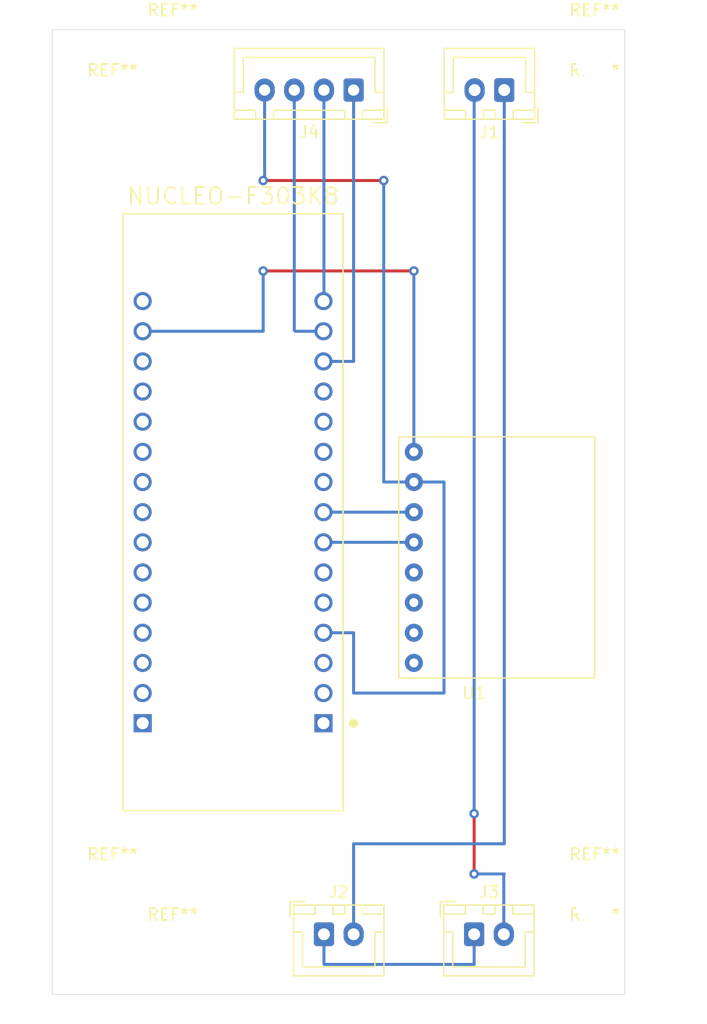
<source format=kicad_pcb>
(kicad_pcb (version 20171130) (host pcbnew "(5.1.2)-1")

  (general
    (thickness 1.6)
    (drawings 4)
    (tracks 44)
    (zones 0)
    (modules 14)
    (nets 38)
  )

  (page A4)
  (layers
    (0 F.Cu signal)
    (31 B.Cu signal)
    (32 B.Adhes user)
    (33 F.Adhes user)
    (34 B.Paste user)
    (35 F.Paste user)
    (36 B.SilkS user)
    (37 F.SilkS user)
    (38 B.Mask user)
    (39 F.Mask user)
    (40 Dwgs.User user)
    (41 Cmts.User user)
    (42 Eco1.User user)
    (43 Eco2.User user)
    (44 Edge.Cuts user)
    (45 Margin user)
    (46 B.CrtYd user)
    (47 F.CrtYd user)
    (48 B.Fab user)
    (49 F.Fab user)
  )

  (setup
    (last_trace_width 0.25)
    (trace_clearance 0.2)
    (zone_clearance 0.508)
    (zone_45_only no)
    (trace_min 0.2)
    (via_size 0.8)
    (via_drill 0.4)
    (via_min_size 0.4)
    (via_min_drill 0.3)
    (uvia_size 0.3)
    (uvia_drill 0.1)
    (uvias_allowed no)
    (uvia_min_size 0.2)
    (uvia_min_drill 0.1)
    (edge_width 0.05)
    (segment_width 0.2)
    (pcb_text_width 0.3)
    (pcb_text_size 1.5 1.5)
    (mod_edge_width 0.12)
    (mod_text_size 1 1)
    (mod_text_width 0.15)
    (pad_size 1.524 1.524)
    (pad_drill 0.762)
    (pad_to_mask_clearance 0.051)
    (solder_mask_min_width 0.25)
    (aux_axis_origin 0 0)
    (visible_elements 7FFFFFFF)
    (pcbplotparams
      (layerselection 0x010fc_ffffffff)
      (usegerberextensions false)
      (usegerberattributes false)
      (usegerberadvancedattributes false)
      (creategerberjobfile false)
      (excludeedgelayer true)
      (linewidth 0.100000)
      (plotframeref false)
      (viasonmask false)
      (mode 1)
      (useauxorigin false)
      (hpglpennumber 1)
      (hpglpenspeed 20)
      (hpglpendiameter 15.000000)
      (psnegative false)
      (psa4output false)
      (plotreference true)
      (plotvalue true)
      (plotinvisibletext false)
      (padsonsilk false)
      (subtractmaskfromsilk false)
      (outputformat 1)
      (mirror false)
      (drillshape 1)
      (scaleselection 1)
      (outputdirectory ""))
  )

  (net 0 "")
  (net 1 "Net-(A1-Pad3.1)")
  (net 2 "Net-(A1-Pad4.1)")
  (net 3 "Net-(A1-Pad3.2)")
  (net 4 "Net-(A1-Pad4.2)")
  (net 5 "Net-(A1-Pad3.3)")
  (net 6 "Net-(A1-Pad4.3)")
  (net 7 GND)
  (net 8 "Net-(A1-Pad4.4)")
  (net 9 "Net-(A1-Pad3.5)")
  (net 10 "Net-(A1-Pad4.5)")
  (net 11 "Net-(A1-Pad3.6)")
  (net 12 "Net-(A1-Pad4.6)")
  (net 13 SDA)
  (net 14 "Net-(A1-Pad4.7)")
  (net 15 SCL)
  (net 16 "Net-(A1-Pad4.8)")
  (net 17 "Net-(A1-Pad3.9)")
  (net 18 "Net-(A1-Pad4.9)")
  (net 19 "Net-(A1-Pad3.10)")
  (net 20 "Net-(A1-Pad4.10)")
  (net 21 "Net-(A1-Pad3.11)")
  (net 22 "Net-(A1-Pad4.11)")
  (net 23 "Net-(A1-Pad3.12)")
  (net 24 "Net-(A1-Pad4.12)")
  (net 25 LED_R)
  (net 26 "Net-(A1-Pad4.13)")
  (net 27 LED_G)
  (net 28 +3V3)
  (net 29 LED_B)
  (net 30 "Net-(A1-Pad4.15)")
  (net 31 "Net-(J1-Pad1)")
  (net 32 "Net-(J1-Pad2)")
  (net 33 "Net-(J2-Pad1)")
  (net 34 "Net-(U1-Pad5)")
  (net 35 "Net-(U1-Pad6)")
  (net 36 "Net-(U1-Pad7)")
  (net 37 "Net-(U1-Pad8)")

  (net_class Default "これはデフォルトのネット クラスです。"
    (clearance 0.2)
    (trace_width 0.25)
    (via_dia 0.8)
    (via_drill 0.4)
    (uvia_dia 0.3)
    (uvia_drill 0.1)
    (add_net +3V3)
    (add_net GND)
    (add_net LED_B)
    (add_net LED_G)
    (add_net LED_R)
    (add_net "Net-(A1-Pad3.1)")
    (add_net "Net-(A1-Pad3.10)")
    (add_net "Net-(A1-Pad3.11)")
    (add_net "Net-(A1-Pad3.12)")
    (add_net "Net-(A1-Pad3.2)")
    (add_net "Net-(A1-Pad3.3)")
    (add_net "Net-(A1-Pad3.5)")
    (add_net "Net-(A1-Pad3.6)")
    (add_net "Net-(A1-Pad3.9)")
    (add_net "Net-(A1-Pad4.1)")
    (add_net "Net-(A1-Pad4.10)")
    (add_net "Net-(A1-Pad4.11)")
    (add_net "Net-(A1-Pad4.12)")
    (add_net "Net-(A1-Pad4.13)")
    (add_net "Net-(A1-Pad4.15)")
    (add_net "Net-(A1-Pad4.2)")
    (add_net "Net-(A1-Pad4.3)")
    (add_net "Net-(A1-Pad4.4)")
    (add_net "Net-(A1-Pad4.5)")
    (add_net "Net-(A1-Pad4.6)")
    (add_net "Net-(A1-Pad4.7)")
    (add_net "Net-(A1-Pad4.8)")
    (add_net "Net-(A1-Pad4.9)")
    (add_net "Net-(J1-Pad1)")
    (add_net "Net-(J1-Pad2)")
    (add_net "Net-(J2-Pad1)")
    (add_net "Net-(U1-Pad5)")
    (add_net "Net-(U1-Pad6)")
    (add_net "Net-(U1-Pad7)")
    (add_net "Net-(U1-Pad8)")
    (add_net SCL)
    (add_net SDA)
  )

  (module MountingHole:MountingHole_3.2mm_M3 (layer F.Cu) (tedit 56D1B4CB) (tstamp 5E11FAF2)
    (at 144.78 86.36)
    (descr "Mounting Hole 3.2mm, no annular, M3")
    (tags "mounting hole 3.2mm no annular m3")
    (attr virtual)
    (fp_text reference REF** (at 0 -4.2) (layer F.SilkS)
      (effects (font (size 1 1) (thickness 0.15)))
    )
    (fp_text value MountingHole_3.2mm_M3 (at 0 4.2) (layer F.Fab)
      (effects (font (size 1 1) (thickness 0.15)))
    )
    (fp_circle (center 0 0) (end 3.45 0) (layer F.CrtYd) (width 0.05))
    (fp_circle (center 0 0) (end 3.2 0) (layer Cmts.User) (width 0.15))
    (fp_text user %R (at 0.3 0) (layer F.Fab)
      (effects (font (size 1 1) (thickness 0.15)))
    )
    (pad 1 np_thru_hole circle (at 0 0) (size 3.2 3.2) (drill 3.2) (layers *.Cu *.Mask))
  )

  (module MountingHole:MountingHole_3.2mm_M3 (layer F.Cu) (tedit 56D1B4CB) (tstamp 5E11FAB7)
    (at 185.42 86.36)
    (descr "Mounting Hole 3.2mm, no annular, M3")
    (tags "mounting hole 3.2mm no annular m3")
    (attr virtual)
    (fp_text reference REF** (at 0 -4.2) (layer F.SilkS)
      (effects (font (size 1 1) (thickness 0.15)))
    )
    (fp_text value MountingHole_3.2mm_M3 (at 0 4.2) (layer F.Fab)
      (effects (font (size 1 1) (thickness 0.15)))
    )
    (fp_circle (center 0 0) (end 3.45 0) (layer F.CrtYd) (width 0.05))
    (fp_circle (center 0 0) (end 3.2 0) (layer Cmts.User) (width 0.15))
    (fp_text user %R (at 0.3 0) (layer F.Fab)
      (effects (font (size 1 1) (thickness 0.15)))
    )
    (pad 1 np_thru_hole circle (at 0 0) (size 3.2 3.2) (drill 3.2) (layers *.Cu *.Mask))
  )

  (module MountingHole:MountingHole_3.2mm_M3 (layer F.Cu) (tedit 56D1B4CB) (tstamp 5E11FA9A)
    (at 144.78 20.32)
    (descr "Mounting Hole 3.2mm, no annular, M3")
    (tags "mounting hole 3.2mm no annular m3")
    (attr virtual)
    (fp_text reference REF** (at 0 -4.2) (layer F.SilkS)
      (effects (font (size 1 1) (thickness 0.15)))
    )
    (fp_text value MountingHole_3.2mm_M3 (at 0 4.2) (layer F.Fab)
      (effects (font (size 1 1) (thickness 0.15)))
    )
    (fp_circle (center 0 0) (end 3.45 0) (layer F.CrtYd) (width 0.05))
    (fp_circle (center 0 0) (end 3.2 0) (layer Cmts.User) (width 0.15))
    (fp_text user %R (at 0.3 0) (layer F.Fab)
      (effects (font (size 1 1) (thickness 0.15)))
    )
    (pad 1 np_thru_hole circle (at 0 0) (size 3.2 3.2) (drill 3.2) (layers *.Cu *.Mask))
  )

  (module MountingHole:MountingHole_3.2mm_M3 (layer F.Cu) (tedit 56D1B4CB) (tstamp 5E11FA7D)
    (at 185.42 20.32)
    (descr "Mounting Hole 3.2mm, no annular, M3")
    (tags "mounting hole 3.2mm no annular m3")
    (attr virtual)
    (fp_text reference REF** (at 0 -4.2) (layer F.SilkS)
      (effects (font (size 1 1) (thickness 0.15)))
    )
    (fp_text value MountingHole_3.2mm_M3 (at 0 4.2) (layer F.Fab)
      (effects (font (size 1 1) (thickness 0.15)))
    )
    (fp_circle (center 0 0) (end 3.45 0) (layer F.CrtYd) (width 0.05))
    (fp_circle (center 0 0) (end 3.2 0) (layer Cmts.User) (width 0.15))
    (fp_text user %R (at 0.3 0) (layer F.Fab)
      (effects (font (size 1 1) (thickness 0.15)))
    )
    (pad 1 np_thru_hole circle (at 0 0) (size 3.2 3.2) (drill 3.2) (layers *.Cu *.Mask))
  )

  (module MountingHole:MountingHole_3.2mm_M3 (layer F.Cu) (tedit 56D1B4CB) (tstamp 5E11FA60)
    (at 149.86 91.44)
    (descr "Mounting Hole 3.2mm, no annular, M3")
    (tags "mounting hole 3.2mm no annular m3")
    (attr virtual)
    (fp_text reference REF** (at 0 -4.2) (layer F.SilkS)
      (effects (font (size 1 1) (thickness 0.15)))
    )
    (fp_text value MountingHole_3.2mm_M3 (at 0 4.2) (layer F.Fab)
      (effects (font (size 1 1) (thickness 0.15)))
    )
    (fp_circle (center 0 0) (end 3.45 0) (layer F.CrtYd) (width 0.05))
    (fp_circle (center 0 0) (end 3.2 0) (layer Cmts.User) (width 0.15))
    (fp_text user %R (at 0.3 0) (layer F.Fab)
      (effects (font (size 1 1) (thickness 0.15)))
    )
    (pad 1 np_thru_hole circle (at 0 0) (size 3.2 3.2) (drill 3.2) (layers *.Cu *.Mask))
  )

  (module MountingHole:MountingHole_3.2mm_M3 (layer F.Cu) (tedit 56D1B4CB) (tstamp 5E11FA43)
    (at 185.42 91.44)
    (descr "Mounting Hole 3.2mm, no annular, M3")
    (tags "mounting hole 3.2mm no annular m3")
    (attr virtual)
    (fp_text reference REF** (at 0 -4.2) (layer F.SilkS)
      (effects (font (size 1 1) (thickness 0.15)))
    )
    (fp_text value MountingHole_3.2mm_M3 (at 0 4.2) (layer F.Fab)
      (effects (font (size 1 1) (thickness 0.15)))
    )
    (fp_circle (center 0 0) (end 3.45 0) (layer F.CrtYd) (width 0.05))
    (fp_circle (center 0 0) (end 3.2 0) (layer Cmts.User) (width 0.15))
    (fp_text user %R (at 0.3 0) (layer F.Fab)
      (effects (font (size 1 1) (thickness 0.15)))
    )
    (pad 1 np_thru_hole circle (at 0 0) (size 3.2 3.2) (drill 3.2) (layers *.Cu *.Mask))
  )

  (module MountingHole:MountingHole_3.2mm_M3 (layer F.Cu) (tedit 56D1B4CB) (tstamp 5E11FA26)
    (at 149.86 15.24)
    (descr "Mounting Hole 3.2mm, no annular, M3")
    (tags "mounting hole 3.2mm no annular m3")
    (attr virtual)
    (fp_text reference REF** (at 0 -4.2) (layer F.SilkS)
      (effects (font (size 1 1) (thickness 0.15)))
    )
    (fp_text value MountingHole_3.2mm_M3 (at 0 4.2) (layer F.Fab)
      (effects (font (size 1 1) (thickness 0.15)))
    )
    (fp_circle (center 0 0) (end 3.45 0) (layer F.CrtYd) (width 0.05))
    (fp_circle (center 0 0) (end 3.2 0) (layer Cmts.User) (width 0.15))
    (fp_text user %R (at 0.3 0) (layer F.Fab)
      (effects (font (size 1 1) (thickness 0.15)))
    )
    (pad 1 np_thru_hole circle (at 0 0) (size 3.2 3.2) (drill 3.2) (layers *.Cu *.Mask))
  )

  (module MountingHole:MountingHole_3.2mm_M3 (layer F.Cu) (tedit 56D1B4CB) (tstamp 5E11FA09)
    (at 185.42 15.24)
    (descr "Mounting Hole 3.2mm, no annular, M3")
    (tags "mounting hole 3.2mm no annular m3")
    (attr virtual)
    (fp_text reference REF** (at 0 -4.2) (layer F.SilkS)
      (effects (font (size 1 1) (thickness 0.15)))
    )
    (fp_text value MountingHole_3.2mm_M3 (at 0 4.2) (layer F.Fab)
      (effects (font (size 1 1) (thickness 0.15)))
    )
    (fp_circle (center 0 0) (end 3.45 0) (layer F.CrtYd) (width 0.05))
    (fp_circle (center 0 0) (end 3.2 0) (layer Cmts.User) (width 0.15))
    (fp_text user %R (at 0.3 0) (layer F.Fab)
      (effects (font (size 1 1) (thickness 0.15)))
    )
    (pad 1 np_thru_hole circle (at 0 0) (size 3.2 3.2) (drill 3.2) (layers *.Cu *.Mask))
  )

  (module MyFootprint:NUCLEO_F303K8 (layer F.Cu) (tedit 5D253393) (tstamp 5E12021F)
    (at 154.94 53.34 180)
    (path /5E119314)
    (fp_text reference A1 (at 0 -26.67) (layer F.Fab)
      (effects (font (size 1.40238 1.40238) (thickness 0.15)))
    )
    (fp_text value NUCLEO-F303K8 (at 0 26.6288) (layer F.SilkS)
      (effects (font (size 1.40094 1.40094) (thickness 0.15)))
    )
    (fp_line (start -9.27 25.145) (end -9.27 -25.145) (layer Eco2.User) (width 0.127))
    (fp_line (start -9.27 -25.145) (end 9.27 -25.145) (layer Eco2.User) (width 0.127))
    (fp_line (start 9.27 -25.145) (end 9.27 25.145) (layer Eco2.User) (width 0.127))
    (fp_line (start 9.27 25.145) (end -9.27 25.145) (layer Eco2.User) (width 0.127))
    (fp_line (start -9.27 25.145) (end -9.27 -25.145) (layer F.SilkS) (width 0.127))
    (fp_line (start -9.27 -25.145) (end 9.27 -25.145) (layer F.SilkS) (width 0.127))
    (fp_line (start 9.27 -25.145) (end 9.27 25.145) (layer F.SilkS) (width 0.127))
    (fp_line (start 9.27 25.145) (end -9.27 25.145) (layer F.SilkS) (width 0.127))
    (fp_circle (center -10.16 -17.78) (end -9.96 -17.78) (layer F.SilkS) (width 0.4))
    (fp_line (start -9.52 25.395) (end -9.52 -25.395) (layer Eco1.User) (width 0.05))
    (fp_line (start -9.52 -25.395) (end 9.52 -25.395) (layer Eco1.User) (width 0.05))
    (fp_line (start 9.52 -25.395) (end 9.52 25.395) (layer Eco1.User) (width 0.05))
    (fp_line (start 9.52 25.395) (end -9.52 25.395) (layer Eco1.User) (width 0.05))
    (pad 3.1 thru_hole rect (at -7.62 -17.78 180) (size 1.53 1.53) (drill 1.02) (layers *.Cu *.Mask)
      (net 1 "Net-(A1-Pad3.1)"))
    (pad 4.1 thru_hole rect (at 7.62 -17.78 180) (size 1.53 1.53) (drill 1.02) (layers *.Cu *.Mask)
      (net 2 "Net-(A1-Pad4.1)"))
    (pad 3.2 thru_hole circle (at -7.62 -15.24 180) (size 1.53 1.53) (drill 1.02) (layers *.Cu *.Mask)
      (net 3 "Net-(A1-Pad3.2)"))
    (pad 4.2 thru_hole circle (at 7.62 -15.24 180) (size 1.53 1.53) (drill 1.02) (layers *.Cu *.Mask)
      (net 4 "Net-(A1-Pad4.2)"))
    (pad 3.3 thru_hole circle (at -7.62 -12.7 180) (size 1.53 1.53) (drill 1.02) (layers *.Cu *.Mask)
      (net 5 "Net-(A1-Pad3.3)"))
    (pad 4.3 thru_hole circle (at 7.62 -12.7 180) (size 1.53 1.53) (drill 1.02) (layers *.Cu *.Mask)
      (net 6 "Net-(A1-Pad4.3)"))
    (pad 3.4 thru_hole circle (at -7.62 -10.16 180) (size 1.53 1.53) (drill 1.02) (layers *.Cu *.Mask)
      (net 7 GND))
    (pad 4.4 thru_hole circle (at 7.62 -10.16 180) (size 1.53 1.53) (drill 1.02) (layers *.Cu *.Mask)
      (net 8 "Net-(A1-Pad4.4)"))
    (pad 3.5 thru_hole circle (at -7.62 -7.62 180) (size 1.53 1.53) (drill 1.02) (layers *.Cu *.Mask)
      (net 9 "Net-(A1-Pad3.5)"))
    (pad 4.5 thru_hole circle (at 7.62 -7.62 180) (size 1.53 1.53) (drill 1.02) (layers *.Cu *.Mask)
      (net 10 "Net-(A1-Pad4.5)"))
    (pad 3.6 thru_hole circle (at -7.62 -5.08 180) (size 1.53 1.53) (drill 1.02) (layers *.Cu *.Mask)
      (net 11 "Net-(A1-Pad3.6)"))
    (pad 4.6 thru_hole circle (at 7.62 -5.08 180) (size 1.53 1.53) (drill 1.02) (layers *.Cu *.Mask)
      (net 12 "Net-(A1-Pad4.6)"))
    (pad 3.7 thru_hole circle (at -7.62 -2.54 180) (size 1.53 1.53) (drill 1.02) (layers *.Cu *.Mask)
      (net 13 SDA))
    (pad 4.7 thru_hole circle (at 7.62 -2.54 180) (size 1.53 1.53) (drill 1.02) (layers *.Cu *.Mask)
      (net 14 "Net-(A1-Pad4.7)"))
    (pad 3.8 thru_hole circle (at -7.62 0 180) (size 1.53 1.53) (drill 1.02) (layers *.Cu *.Mask)
      (net 15 SCL))
    (pad 4.8 thru_hole circle (at 7.62 0 180) (size 1.53 1.53) (drill 1.02) (layers *.Cu *.Mask)
      (net 16 "Net-(A1-Pad4.8)"))
    (pad 3.9 thru_hole circle (at -7.62 2.54 180) (size 1.53 1.53) (drill 1.02) (layers *.Cu *.Mask)
      (net 17 "Net-(A1-Pad3.9)"))
    (pad 4.9 thru_hole circle (at 7.62 2.54 180) (size 1.53 1.53) (drill 1.02) (layers *.Cu *.Mask)
      (net 18 "Net-(A1-Pad4.9)"))
    (pad 3.10 thru_hole circle (at -7.62 5.08 180) (size 1.53 1.53) (drill 1.02) (layers *.Cu *.Mask)
      (net 19 "Net-(A1-Pad3.10)"))
    (pad 4.10 thru_hole circle (at 7.62 5.08 180) (size 1.53 1.53) (drill 1.02) (layers *.Cu *.Mask)
      (net 20 "Net-(A1-Pad4.10)"))
    (pad 3.11 thru_hole circle (at -7.62 7.62 180) (size 1.53 1.53) (drill 1.02) (layers *.Cu *.Mask)
      (net 21 "Net-(A1-Pad3.11)"))
    (pad 4.11 thru_hole circle (at 7.62 7.62 180) (size 1.53 1.53) (drill 1.02) (layers *.Cu *.Mask)
      (net 22 "Net-(A1-Pad4.11)"))
    (pad 3.12 thru_hole circle (at -7.62 10.16 180) (size 1.53 1.53) (drill 1.02) (layers *.Cu *.Mask)
      (net 23 "Net-(A1-Pad3.12)"))
    (pad 4.12 thru_hole circle (at 7.62 10.16 180) (size 1.53 1.53) (drill 1.02) (layers *.Cu *.Mask)
      (net 24 "Net-(A1-Pad4.12)"))
    (pad 3.13 thru_hole circle (at -7.62 12.7 180) (size 1.53 1.53) (drill 1.02) (layers *.Cu *.Mask)
      (net 25 LED_R))
    (pad 4.13 thru_hole circle (at 7.62 12.7 180) (size 1.53 1.53) (drill 1.02) (layers *.Cu *.Mask)
      (net 26 "Net-(A1-Pad4.13)"))
    (pad 3.14 thru_hole circle (at -7.62 15.24 180) (size 1.53 1.53) (drill 1.02) (layers *.Cu *.Mask)
      (net 29 LED_B))
    (pad 4.14 thru_hole circle (at 7.62 15.24 180) (size 1.53 1.53) (drill 1.02) (layers *.Cu *.Mask)
      (net 28 +3V3))
    (pad 3.15 thru_hole circle (at -7.62 17.78 180) (size 1.53 1.53) (drill 1.02) (layers *.Cu *.Mask)
      (net 27 LED_G))
    (pad 4.15 thru_hole circle (at 7.62 17.78 180) (size 1.53 1.53) (drill 1.02) (layers *.Cu *.Mask)
      (net 30 "Net-(A1-Pad4.15)"))
    (model ${KIPRJMOD}/lib/packges3d/nucleo_f303k8.wrl
      (offset (xyz 4.6 13 -39))
      (scale (xyz 394 394 394))
      (rotate (xyz -90 0 90))
    )
  )

  (module Connector_JST:JST_XH_B2B-XH-A_1x02_P2.50mm_Vertical (layer F.Cu) (tedit 5C28146C) (tstamp 5E120B26)
    (at 177.8 17.78 180)
    (descr "JST XH series connector, B2B-XH-A (http://www.jst-mfg.com/product/pdf/eng/eXH.pdf), generated with kicad-footprint-generator")
    (tags "connector JST XH vertical")
    (path /5E11E2B7)
    (fp_text reference J1 (at 1.25 -3.55) (layer F.SilkS)
      (effects (font (size 1 1) (thickness 0.15)))
    )
    (fp_text value Conn_01x02_Male (at 1.25 4.6) (layer F.Fab)
      (effects (font (size 1 1) (thickness 0.15)))
    )
    (fp_line (start -2.45 -2.35) (end -2.45 3.4) (layer F.Fab) (width 0.1))
    (fp_line (start -2.45 3.4) (end 4.95 3.4) (layer F.Fab) (width 0.1))
    (fp_line (start 4.95 3.4) (end 4.95 -2.35) (layer F.Fab) (width 0.1))
    (fp_line (start 4.95 -2.35) (end -2.45 -2.35) (layer F.Fab) (width 0.1))
    (fp_line (start -2.56 -2.46) (end -2.56 3.51) (layer F.SilkS) (width 0.12))
    (fp_line (start -2.56 3.51) (end 5.06 3.51) (layer F.SilkS) (width 0.12))
    (fp_line (start 5.06 3.51) (end 5.06 -2.46) (layer F.SilkS) (width 0.12))
    (fp_line (start 5.06 -2.46) (end -2.56 -2.46) (layer F.SilkS) (width 0.12))
    (fp_line (start -2.95 -2.85) (end -2.95 3.9) (layer F.CrtYd) (width 0.05))
    (fp_line (start -2.95 3.9) (end 5.45 3.9) (layer F.CrtYd) (width 0.05))
    (fp_line (start 5.45 3.9) (end 5.45 -2.85) (layer F.CrtYd) (width 0.05))
    (fp_line (start 5.45 -2.85) (end -2.95 -2.85) (layer F.CrtYd) (width 0.05))
    (fp_line (start -0.625 -2.35) (end 0 -1.35) (layer F.Fab) (width 0.1))
    (fp_line (start 0 -1.35) (end 0.625 -2.35) (layer F.Fab) (width 0.1))
    (fp_line (start 0.75 -2.45) (end 0.75 -1.7) (layer F.SilkS) (width 0.12))
    (fp_line (start 0.75 -1.7) (end 1.75 -1.7) (layer F.SilkS) (width 0.12))
    (fp_line (start 1.75 -1.7) (end 1.75 -2.45) (layer F.SilkS) (width 0.12))
    (fp_line (start 1.75 -2.45) (end 0.75 -2.45) (layer F.SilkS) (width 0.12))
    (fp_line (start -2.55 -2.45) (end -2.55 -1.7) (layer F.SilkS) (width 0.12))
    (fp_line (start -2.55 -1.7) (end -0.75 -1.7) (layer F.SilkS) (width 0.12))
    (fp_line (start -0.75 -1.7) (end -0.75 -2.45) (layer F.SilkS) (width 0.12))
    (fp_line (start -0.75 -2.45) (end -2.55 -2.45) (layer F.SilkS) (width 0.12))
    (fp_line (start 3.25 -2.45) (end 3.25 -1.7) (layer F.SilkS) (width 0.12))
    (fp_line (start 3.25 -1.7) (end 5.05 -1.7) (layer F.SilkS) (width 0.12))
    (fp_line (start 5.05 -1.7) (end 5.05 -2.45) (layer F.SilkS) (width 0.12))
    (fp_line (start 5.05 -2.45) (end 3.25 -2.45) (layer F.SilkS) (width 0.12))
    (fp_line (start -2.55 -0.2) (end -1.8 -0.2) (layer F.SilkS) (width 0.12))
    (fp_line (start -1.8 -0.2) (end -1.8 2.75) (layer F.SilkS) (width 0.12))
    (fp_line (start -1.8 2.75) (end 1.25 2.75) (layer F.SilkS) (width 0.12))
    (fp_line (start 5.05 -0.2) (end 4.3 -0.2) (layer F.SilkS) (width 0.12))
    (fp_line (start 4.3 -0.2) (end 4.3 2.75) (layer F.SilkS) (width 0.12))
    (fp_line (start 4.3 2.75) (end 1.25 2.75) (layer F.SilkS) (width 0.12))
    (fp_line (start -1.6 -2.75) (end -2.85 -2.75) (layer F.SilkS) (width 0.12))
    (fp_line (start -2.85 -2.75) (end -2.85 -1.5) (layer F.SilkS) (width 0.12))
    (fp_text user %R (at 1.25 2.7) (layer F.Fab)
      (effects (font (size 1 1) (thickness 0.15)))
    )
    (pad 1 thru_hole roundrect (at 0 0 180) (size 1.7 2) (drill 1) (layers *.Cu *.Mask) (roundrect_rratio 0.147059)
      (net 31 "Net-(J1-Pad1)"))
    (pad 2 thru_hole oval (at 2.5 0 180) (size 1.7 2) (drill 1) (layers *.Cu *.Mask)
      (net 32 "Net-(J1-Pad2)"))
    (model ${KISYS3DMOD}/Connector_JST.3dshapes/JST_XH_B2B-XH-A_1x02_P2.50mm_Vertical.wrl
      (at (xyz 0 0 0))
      (scale (xyz 1 1 1))
      (rotate (xyz 0 0 0))
    )
  )

  (module Connector_JST:JST_XH_B2B-XH-A_1x02_P2.50mm_Vertical (layer F.Cu) (tedit 5C28146C) (tstamp 5E11F5C0)
    (at 162.6 88.9)
    (descr "JST XH series connector, B2B-XH-A (http://www.jst-mfg.com/product/pdf/eng/eXH.pdf), generated with kicad-footprint-generator")
    (tags "connector JST XH vertical")
    (path /5E1309D5)
    (fp_text reference J2 (at 1.25 -3.55) (layer F.SilkS)
      (effects (font (size 1 1) (thickness 0.15)))
    )
    (fp_text value Conn_01x02_Male (at 1.25 4.6) (layer F.Fab)
      (effects (font (size 1 1) (thickness 0.15)))
    )
    (fp_line (start -2.45 -2.35) (end -2.45 3.4) (layer F.Fab) (width 0.1))
    (fp_line (start -2.45 3.4) (end 4.95 3.4) (layer F.Fab) (width 0.1))
    (fp_line (start 4.95 3.4) (end 4.95 -2.35) (layer F.Fab) (width 0.1))
    (fp_line (start 4.95 -2.35) (end -2.45 -2.35) (layer F.Fab) (width 0.1))
    (fp_line (start -2.56 -2.46) (end -2.56 3.51) (layer F.SilkS) (width 0.12))
    (fp_line (start -2.56 3.51) (end 5.06 3.51) (layer F.SilkS) (width 0.12))
    (fp_line (start 5.06 3.51) (end 5.06 -2.46) (layer F.SilkS) (width 0.12))
    (fp_line (start 5.06 -2.46) (end -2.56 -2.46) (layer F.SilkS) (width 0.12))
    (fp_line (start -2.95 -2.85) (end -2.95 3.9) (layer F.CrtYd) (width 0.05))
    (fp_line (start -2.95 3.9) (end 5.45 3.9) (layer F.CrtYd) (width 0.05))
    (fp_line (start 5.45 3.9) (end 5.45 -2.85) (layer F.CrtYd) (width 0.05))
    (fp_line (start 5.45 -2.85) (end -2.95 -2.85) (layer F.CrtYd) (width 0.05))
    (fp_line (start -0.625 -2.35) (end 0 -1.35) (layer F.Fab) (width 0.1))
    (fp_line (start 0 -1.35) (end 0.625 -2.35) (layer F.Fab) (width 0.1))
    (fp_line (start 0.75 -2.45) (end 0.75 -1.7) (layer F.SilkS) (width 0.12))
    (fp_line (start 0.75 -1.7) (end 1.75 -1.7) (layer F.SilkS) (width 0.12))
    (fp_line (start 1.75 -1.7) (end 1.75 -2.45) (layer F.SilkS) (width 0.12))
    (fp_line (start 1.75 -2.45) (end 0.75 -2.45) (layer F.SilkS) (width 0.12))
    (fp_line (start -2.55 -2.45) (end -2.55 -1.7) (layer F.SilkS) (width 0.12))
    (fp_line (start -2.55 -1.7) (end -0.75 -1.7) (layer F.SilkS) (width 0.12))
    (fp_line (start -0.75 -1.7) (end -0.75 -2.45) (layer F.SilkS) (width 0.12))
    (fp_line (start -0.75 -2.45) (end -2.55 -2.45) (layer F.SilkS) (width 0.12))
    (fp_line (start 3.25 -2.45) (end 3.25 -1.7) (layer F.SilkS) (width 0.12))
    (fp_line (start 3.25 -1.7) (end 5.05 -1.7) (layer F.SilkS) (width 0.12))
    (fp_line (start 5.05 -1.7) (end 5.05 -2.45) (layer F.SilkS) (width 0.12))
    (fp_line (start 5.05 -2.45) (end 3.25 -2.45) (layer F.SilkS) (width 0.12))
    (fp_line (start -2.55 -0.2) (end -1.8 -0.2) (layer F.SilkS) (width 0.12))
    (fp_line (start -1.8 -0.2) (end -1.8 2.75) (layer F.SilkS) (width 0.12))
    (fp_line (start -1.8 2.75) (end 1.25 2.75) (layer F.SilkS) (width 0.12))
    (fp_line (start 5.05 -0.2) (end 4.3 -0.2) (layer F.SilkS) (width 0.12))
    (fp_line (start 4.3 -0.2) (end 4.3 2.75) (layer F.SilkS) (width 0.12))
    (fp_line (start 4.3 2.75) (end 1.25 2.75) (layer F.SilkS) (width 0.12))
    (fp_line (start -1.6 -2.75) (end -2.85 -2.75) (layer F.SilkS) (width 0.12))
    (fp_line (start -2.85 -2.75) (end -2.85 -1.5) (layer F.SilkS) (width 0.12))
    (fp_text user %R (at 1.25 2.7) (layer F.Fab)
      (effects (font (size 1 1) (thickness 0.15)))
    )
    (pad 1 thru_hole roundrect (at 0 0) (size 1.7 2) (drill 1) (layers *.Cu *.Mask) (roundrect_rratio 0.147059)
      (net 33 "Net-(J2-Pad1)"))
    (pad 2 thru_hole oval (at 2.5 0) (size 1.7 2) (drill 1) (layers *.Cu *.Mask)
      (net 31 "Net-(J1-Pad1)"))
    (model ${KISYS3DMOD}/Connector_JST.3dshapes/JST_XH_B2B-XH-A_1x02_P2.50mm_Vertical.wrl
      (at (xyz 0 0 0))
      (scale (xyz 1 1 1))
      (rotate (xyz 0 0 0))
    )
  )

  (module Connector_JST:JST_XH_B2B-XH-A_1x02_P2.50mm_Vertical (layer F.Cu) (tedit 5C28146C) (tstamp 5E11F5E9)
    (at 175.26 88.9)
    (descr "JST XH series connector, B2B-XH-A (http://www.jst-mfg.com/product/pdf/eng/eXH.pdf), generated with kicad-footprint-generator")
    (tags "connector JST XH vertical")
    (path /5E11EC1F)
    (fp_text reference J3 (at 1.25 -3.55) (layer F.SilkS)
      (effects (font (size 1 1) (thickness 0.15)))
    )
    (fp_text value Conn_01x02_Male (at 1.25 4.6) (layer F.Fab)
      (effects (font (size 1 1) (thickness 0.15)))
    )
    (fp_text user %R (at 1.25 2.7) (layer F.Fab)
      (effects (font (size 1 1) (thickness 0.15)))
    )
    (fp_line (start -2.85 -2.75) (end -2.85 -1.5) (layer F.SilkS) (width 0.12))
    (fp_line (start -1.6 -2.75) (end -2.85 -2.75) (layer F.SilkS) (width 0.12))
    (fp_line (start 4.3 2.75) (end 1.25 2.75) (layer F.SilkS) (width 0.12))
    (fp_line (start 4.3 -0.2) (end 4.3 2.75) (layer F.SilkS) (width 0.12))
    (fp_line (start 5.05 -0.2) (end 4.3 -0.2) (layer F.SilkS) (width 0.12))
    (fp_line (start -1.8 2.75) (end 1.25 2.75) (layer F.SilkS) (width 0.12))
    (fp_line (start -1.8 -0.2) (end -1.8 2.75) (layer F.SilkS) (width 0.12))
    (fp_line (start -2.55 -0.2) (end -1.8 -0.2) (layer F.SilkS) (width 0.12))
    (fp_line (start 5.05 -2.45) (end 3.25 -2.45) (layer F.SilkS) (width 0.12))
    (fp_line (start 5.05 -1.7) (end 5.05 -2.45) (layer F.SilkS) (width 0.12))
    (fp_line (start 3.25 -1.7) (end 5.05 -1.7) (layer F.SilkS) (width 0.12))
    (fp_line (start 3.25 -2.45) (end 3.25 -1.7) (layer F.SilkS) (width 0.12))
    (fp_line (start -0.75 -2.45) (end -2.55 -2.45) (layer F.SilkS) (width 0.12))
    (fp_line (start -0.75 -1.7) (end -0.75 -2.45) (layer F.SilkS) (width 0.12))
    (fp_line (start -2.55 -1.7) (end -0.75 -1.7) (layer F.SilkS) (width 0.12))
    (fp_line (start -2.55 -2.45) (end -2.55 -1.7) (layer F.SilkS) (width 0.12))
    (fp_line (start 1.75 -2.45) (end 0.75 -2.45) (layer F.SilkS) (width 0.12))
    (fp_line (start 1.75 -1.7) (end 1.75 -2.45) (layer F.SilkS) (width 0.12))
    (fp_line (start 0.75 -1.7) (end 1.75 -1.7) (layer F.SilkS) (width 0.12))
    (fp_line (start 0.75 -2.45) (end 0.75 -1.7) (layer F.SilkS) (width 0.12))
    (fp_line (start 0 -1.35) (end 0.625 -2.35) (layer F.Fab) (width 0.1))
    (fp_line (start -0.625 -2.35) (end 0 -1.35) (layer F.Fab) (width 0.1))
    (fp_line (start 5.45 -2.85) (end -2.95 -2.85) (layer F.CrtYd) (width 0.05))
    (fp_line (start 5.45 3.9) (end 5.45 -2.85) (layer F.CrtYd) (width 0.05))
    (fp_line (start -2.95 3.9) (end 5.45 3.9) (layer F.CrtYd) (width 0.05))
    (fp_line (start -2.95 -2.85) (end -2.95 3.9) (layer F.CrtYd) (width 0.05))
    (fp_line (start 5.06 -2.46) (end -2.56 -2.46) (layer F.SilkS) (width 0.12))
    (fp_line (start 5.06 3.51) (end 5.06 -2.46) (layer F.SilkS) (width 0.12))
    (fp_line (start -2.56 3.51) (end 5.06 3.51) (layer F.SilkS) (width 0.12))
    (fp_line (start -2.56 -2.46) (end -2.56 3.51) (layer F.SilkS) (width 0.12))
    (fp_line (start 4.95 -2.35) (end -2.45 -2.35) (layer F.Fab) (width 0.1))
    (fp_line (start 4.95 3.4) (end 4.95 -2.35) (layer F.Fab) (width 0.1))
    (fp_line (start -2.45 3.4) (end 4.95 3.4) (layer F.Fab) (width 0.1))
    (fp_line (start -2.45 -2.35) (end -2.45 3.4) (layer F.Fab) (width 0.1))
    (pad 2 thru_hole oval (at 2.5 0) (size 1.7 2) (drill 1) (layers *.Cu *.Mask)
      (net 32 "Net-(J1-Pad2)"))
    (pad 1 thru_hole roundrect (at 0 0) (size 1.7 2) (drill 1) (layers *.Cu *.Mask) (roundrect_rratio 0.147059)
      (net 33 "Net-(J2-Pad1)"))
    (model ${KISYS3DMOD}/Connector_JST.3dshapes/JST_XH_B2B-XH-A_1x02_P2.50mm_Vertical.wrl
      (at (xyz 0 0 0))
      (scale (xyz 1 1 1))
      (rotate (xyz 0 0 0))
    )
  )

  (module Connector_JST:JST_XH_B4B-XH-A_1x04_P2.50mm_Vertical (layer F.Cu) (tedit 5C28146C) (tstamp 5E11F614)
    (at 165.1 17.78 180)
    (descr "JST XH series connector, B4B-XH-A (http://www.jst-mfg.com/product/pdf/eng/eXH.pdf), generated with kicad-footprint-generator")
    (tags "connector JST XH vertical")
    (path /5E11FDCE)
    (fp_text reference J4 (at 3.75 -3.55) (layer F.SilkS)
      (effects (font (size 1 1) (thickness 0.15)))
    )
    (fp_text value Conn_01x04_Male (at 3.75 4.6) (layer F.Fab)
      (effects (font (size 1 1) (thickness 0.15)))
    )
    (fp_line (start -2.45 -2.35) (end -2.45 3.4) (layer F.Fab) (width 0.1))
    (fp_line (start -2.45 3.4) (end 9.95 3.4) (layer F.Fab) (width 0.1))
    (fp_line (start 9.95 3.4) (end 9.95 -2.35) (layer F.Fab) (width 0.1))
    (fp_line (start 9.95 -2.35) (end -2.45 -2.35) (layer F.Fab) (width 0.1))
    (fp_line (start -2.56 -2.46) (end -2.56 3.51) (layer F.SilkS) (width 0.12))
    (fp_line (start -2.56 3.51) (end 10.06 3.51) (layer F.SilkS) (width 0.12))
    (fp_line (start 10.06 3.51) (end 10.06 -2.46) (layer F.SilkS) (width 0.12))
    (fp_line (start 10.06 -2.46) (end -2.56 -2.46) (layer F.SilkS) (width 0.12))
    (fp_line (start -2.95 -2.85) (end -2.95 3.9) (layer F.CrtYd) (width 0.05))
    (fp_line (start -2.95 3.9) (end 10.45 3.9) (layer F.CrtYd) (width 0.05))
    (fp_line (start 10.45 3.9) (end 10.45 -2.85) (layer F.CrtYd) (width 0.05))
    (fp_line (start 10.45 -2.85) (end -2.95 -2.85) (layer F.CrtYd) (width 0.05))
    (fp_line (start -0.625 -2.35) (end 0 -1.35) (layer F.Fab) (width 0.1))
    (fp_line (start 0 -1.35) (end 0.625 -2.35) (layer F.Fab) (width 0.1))
    (fp_line (start 0.75 -2.45) (end 0.75 -1.7) (layer F.SilkS) (width 0.12))
    (fp_line (start 0.75 -1.7) (end 6.75 -1.7) (layer F.SilkS) (width 0.12))
    (fp_line (start 6.75 -1.7) (end 6.75 -2.45) (layer F.SilkS) (width 0.12))
    (fp_line (start 6.75 -2.45) (end 0.75 -2.45) (layer F.SilkS) (width 0.12))
    (fp_line (start -2.55 -2.45) (end -2.55 -1.7) (layer F.SilkS) (width 0.12))
    (fp_line (start -2.55 -1.7) (end -0.75 -1.7) (layer F.SilkS) (width 0.12))
    (fp_line (start -0.75 -1.7) (end -0.75 -2.45) (layer F.SilkS) (width 0.12))
    (fp_line (start -0.75 -2.45) (end -2.55 -2.45) (layer F.SilkS) (width 0.12))
    (fp_line (start 8.25 -2.45) (end 8.25 -1.7) (layer F.SilkS) (width 0.12))
    (fp_line (start 8.25 -1.7) (end 10.05 -1.7) (layer F.SilkS) (width 0.12))
    (fp_line (start 10.05 -1.7) (end 10.05 -2.45) (layer F.SilkS) (width 0.12))
    (fp_line (start 10.05 -2.45) (end 8.25 -2.45) (layer F.SilkS) (width 0.12))
    (fp_line (start -2.55 -0.2) (end -1.8 -0.2) (layer F.SilkS) (width 0.12))
    (fp_line (start -1.8 -0.2) (end -1.8 2.75) (layer F.SilkS) (width 0.12))
    (fp_line (start -1.8 2.75) (end 3.75 2.75) (layer F.SilkS) (width 0.12))
    (fp_line (start 10.05 -0.2) (end 9.3 -0.2) (layer F.SilkS) (width 0.12))
    (fp_line (start 9.3 -0.2) (end 9.3 2.75) (layer F.SilkS) (width 0.12))
    (fp_line (start 9.3 2.75) (end 3.75 2.75) (layer F.SilkS) (width 0.12))
    (fp_line (start -1.6 -2.75) (end -2.85 -2.75) (layer F.SilkS) (width 0.12))
    (fp_line (start -2.85 -2.75) (end -2.85 -1.5) (layer F.SilkS) (width 0.12))
    (fp_text user %R (at 3.75 2.7) (layer F.Fab)
      (effects (font (size 1 1) (thickness 0.15)))
    )
    (pad 1 thru_hole roundrect (at 0 0 180) (size 1.7 1.95) (drill 0.95) (layers *.Cu *.Mask) (roundrect_rratio 0.147059)
      (net 25 LED_R))
    (pad 2 thru_hole oval (at 2.5 0 180) (size 1.7 1.95) (drill 0.95) (layers *.Cu *.Mask)
      (net 27 LED_G))
    (pad 3 thru_hole oval (at 5 0 180) (size 1.7 1.95) (drill 0.95) (layers *.Cu *.Mask)
      (net 29 LED_B))
    (pad 4 thru_hole oval (at 7.5 0 180) (size 1.7 1.95) (drill 0.95) (layers *.Cu *.Mask)
      (net 7 GND))
    (model ${KISYS3DMOD}/Connector_JST.3dshapes/JST_XH_B4B-XH-A_1x04_P2.50mm_Vertical.wrl
      (at (xyz 0 0 0))
      (scale (xyz 1 1 1))
      (rotate (xyz 0 0 0))
    )
  )

  (module MyFootprint:MPU6050 (layer F.Cu) (tedit 5D2561BE) (tstamp 5E11F66D)
    (at 175.26 58.42)
    (path /5E133E43)
    (fp_text reference U1 (at 0 10.16) (layer F.SilkS)
      (effects (font (size 1 1) (thickness 0.15)))
    )
    (fp_text value MPU6050 (at 0 -12.7) (layer F.Fab)
      (effects (font (size 1 1) (thickness 0.15)))
    )
    (fp_line (start -6.35 -11.43) (end -6.35 8.89) (layer F.SilkS) (width 0.12))
    (fp_line (start -6.35 8.89) (end 7.62 8.89) (layer F.SilkS) (width 0.12))
    (fp_line (start 10.16 8.89) (end 10.16 -11.43) (layer F.SilkS) (width 0.12))
    (fp_line (start 7.62 -11.43) (end -6.35 -11.43) (layer F.SilkS) (width 0.12))
    (fp_line (start 7.62 -11.43) (end 10.16 -11.43) (layer F.SilkS) (width 0.12))
    (fp_line (start 7.62 8.89) (end 10.16 8.89) (layer F.SilkS) (width 0.12))
    (pad 5 thru_hole circle (at -5.08 0) (size 1.524 1.524) (drill 0.762) (layers *.Cu *.Mask)
      (net 34 "Net-(U1-Pad5)"))
    (pad 4 thru_hole circle (at -5.08 -2.54) (size 1.524 1.524) (drill 0.762) (layers *.Cu *.Mask)
      (net 13 SDA))
    (pad 6 thru_hole circle (at -5.08 2.54) (size 1.524 1.524) (drill 0.762) (layers *.Cu *.Mask)
      (net 35 "Net-(U1-Pad6)"))
    (pad 3 thru_hole circle (at -5.08 -5.08) (size 1.524 1.524) (drill 0.762) (layers *.Cu *.Mask)
      (net 15 SCL))
    (pad 7 thru_hole circle (at -5.08 5.08) (size 1.524 1.524) (drill 0.762) (layers *.Cu *.Mask)
      (net 36 "Net-(U1-Pad7)"))
    (pad 2 thru_hole circle (at -5.08 -7.62) (size 1.524 1.524) (drill 0.762) (layers *.Cu *.Mask)
      (net 7 GND))
    (pad 8 thru_hole circle (at -5.08 7.62) (size 1.524 1.524) (drill 0.762) (layers *.Cu *.Mask)
      (net 37 "Net-(U1-Pad8)"))
    (pad 1 thru_hole circle (at -5.08 -10.16) (size 1.524 1.524) (drill 0.762) (layers *.Cu *.Mask)
      (net 28 +3V3))
    (pad "" np_thru_hole circle (at 7.62 -8.89) (size 3.2 3.2) (drill 3.2) (layers *.Cu *.Mask))
    (pad "" np_thru_hole circle (at 7.62 6.35) (size 3.2 3.2) (drill 3.2) (layers *.Cu *.Mask))
    (model ${KIPRJMOD}/lib/packges3d/mpu6050.wrl
      (offset (xyz 22.4 0.9 14.5))
      (scale (xyz 395 394 394))
      (rotate (xyz -90 0 90))
    )
  )

  (gr_line (start 187.96 93.98) (end 187.96 12.7) (layer Edge.Cuts) (width 0.05) (tstamp 5E11FAF3))
  (gr_line (start 139.7 93.98) (end 187.96 93.98) (layer Edge.Cuts) (width 0.05))
  (gr_line (start 139.7 12.7) (end 139.7 93.98) (layer Edge.Cuts) (width 0.05))
  (gr_line (start 187.96 12.7) (end 139.7 12.7) (layer Edge.Cuts) (width 0.05))

  (segment (start 170.18 50.8) (end 172.72 50.8) (width 0.25) (layer B.Cu) (net 7))
  (segment (start 172.72 50.8) (end 172.72 68.58) (width 0.25) (layer B.Cu) (net 7))
  (segment (start 162.56 63.5) (end 165.1 63.5) (width 0.25) (layer B.Cu) (net 7))
  (segment (start 165.1 63.5) (end 165.1 68.58) (width 0.25) (layer B.Cu) (net 7))
  (segment (start 165.1 68.58) (end 172.72 68.58) (width 0.25) (layer B.Cu) (net 7))
  (via (at 157.48 25.4) (size 0.8) (drill 0.4) (layers F.Cu B.Cu) (net 7))
  (segment (start 157.6 17.78) (end 157.6 25.28) (width 0.25) (layer B.Cu) (net 7))
  (segment (start 157.6 25.28) (end 157.48 25.4) (width 0.25) (layer B.Cu) (net 7))
  (via (at 167.64 25.4) (size 0.8) (drill 0.4) (layers F.Cu B.Cu) (net 7))
  (segment (start 157.48 25.4) (end 167.64 25.4) (width 0.25) (layer F.Cu) (net 7))
  (segment (start 167.64 25.4) (end 167.64 50.8) (width 0.25) (layer B.Cu) (net 7))
  (segment (start 167.64 50.8) (end 170.18 50.8) (width 0.25) (layer B.Cu) (net 7))
  (segment (start 162.56 55.88) (end 170.18 55.88) (width 0.25) (layer B.Cu) (net 13))
  (segment (start 162.56 53.34) (end 170.18 53.34) (width 0.25) (layer B.Cu) (net 15))
  (segment (start 165.1 17.78) (end 165.1 40.64) (width 0.25) (layer B.Cu) (net 25))
  (segment (start 165.1 40.64) (end 162.56 40.64) (width 0.25) (layer B.Cu) (net 25))
  (segment (start 162.6 35.52) (end 162.56 35.56) (width 0.25) (layer B.Cu) (net 27))
  (segment (start 162.6 17.78) (end 162.6 35.52) (width 0.25) (layer B.Cu) (net 27))
  (segment (start 147.32 38.1) (end 157.48 38.1) (width 0.25) (layer B.Cu) (net 28))
  (via (at 157.48 33.02) (size 0.8) (drill 0.4) (layers F.Cu B.Cu) (net 28))
  (segment (start 157.48 38.1) (end 157.48 33.02) (width 0.25) (layer B.Cu) (net 28))
  (via (at 170.18 33.02) (size 0.8) (drill 0.4) (layers F.Cu B.Cu) (net 28))
  (segment (start 157.48 33.02) (end 170.18 33.02) (width 0.25) (layer F.Cu) (net 28))
  (segment (start 170.18 33.02) (end 170.18 48.26) (width 0.25) (layer B.Cu) (net 28))
  (segment (start 160.1 17.78) (end 160.1 38.02) (width 0.25) (layer B.Cu) (net 29))
  (segment (start 160.18 38.1) (end 162.56 38.1) (width 0.25) (layer B.Cu) (net 29))
  (segment (start 160.1 38.02) (end 160.18 38.1) (width 0.25) (layer B.Cu) (net 29))
  (segment (start 165.1 81.28) (end 177.8 81.28) (width 0.25) (layer B.Cu) (net 31))
  (segment (start 177.8 81.28) (end 177.8 66.04) (width 0.25) (layer B.Cu) (net 31))
  (segment (start 177.8 66.04) (end 177.8 17.78) (width 0.25) (layer B.Cu) (net 31))
  (segment (start 165.1 88.9) (end 165.1 81.28) (width 0.25) (layer B.Cu) (net 31))
  (segment (start 175.3 17.93) (end 175.26 17.97) (width 0.25) (layer B.Cu) (net 32))
  (segment (start 175.3 17.78) (end 175.3 17.93) (width 0.25) (layer B.Cu) (net 32))
  (via (at 175.26 78.74) (size 0.8) (drill 0.4) (layers F.Cu B.Cu) (net 32))
  (segment (start 175.26 17.97) (end 175.26 78.74) (width 0.25) (layer B.Cu) (net 32))
  (via (at 175.26 83.82) (size 0.8) (drill 0.4) (layers F.Cu B.Cu) (net 32))
  (segment (start 175.26 78.74) (end 175.26 83.82) (width 0.25) (layer F.Cu) (net 32))
  (segment (start 175.26 83.82) (end 177.8 83.82) (width 0.25) (layer B.Cu) (net 32))
  (segment (start 177.76 83.86) (end 177.76 88.9) (width 0.25) (layer B.Cu) (net 32))
  (segment (start 177.8 83.82) (end 177.76 83.86) (width 0.25) (layer B.Cu) (net 32))
  (segment (start 175.26 88.9) (end 175.26 91.44) (width 0.25) (layer B.Cu) (net 33))
  (segment (start 162.6 88.9) (end 162.6 91.4) (width 0.25) (layer B.Cu) (net 33))
  (segment (start 162.6 91.4) (end 162.64 91.44) (width 0.25) (layer B.Cu) (net 33))
  (segment (start 162.64 91.44) (end 175.26 91.44) (width 0.25) (layer B.Cu) (net 33))

)

</source>
